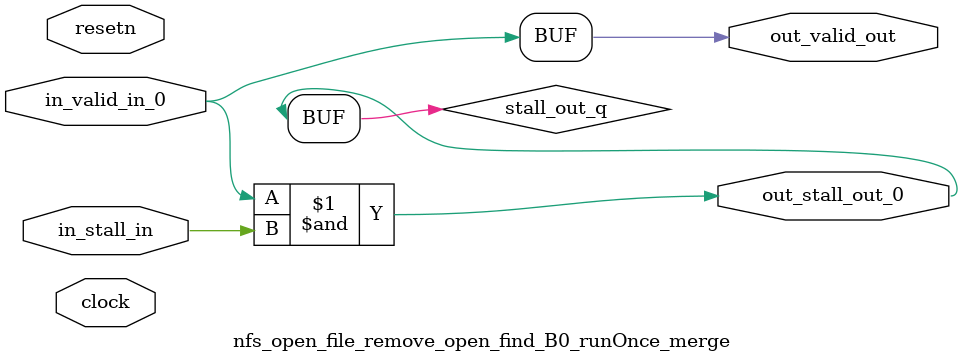
<source format=sv>



(* altera_attribute = "-name AUTO_SHIFT_REGISTER_RECOGNITION OFF; -name MESSAGE_DISABLE 10036; -name MESSAGE_DISABLE 10037; -name MESSAGE_DISABLE 14130; -name MESSAGE_DISABLE 14320; -name MESSAGE_DISABLE 15400; -name MESSAGE_DISABLE 14130; -name MESSAGE_DISABLE 10036; -name MESSAGE_DISABLE 12020; -name MESSAGE_DISABLE 12030; -name MESSAGE_DISABLE 12010; -name MESSAGE_DISABLE 12110; -name MESSAGE_DISABLE 14320; -name MESSAGE_DISABLE 13410; -name MESSAGE_DISABLE 113007; -name MESSAGE_DISABLE 10958" *)
module nfs_open_file_remove_open_find_B0_runOnce_merge (
    input wire [0:0] in_stall_in,
    input wire [0:0] in_valid_in_0,
    output wire [0:0] out_stall_out_0,
    output wire [0:0] out_valid_out,
    input wire clock,
    input wire resetn
    );

    wire [0:0] stall_out_q;


    // stall_out(LOGICAL,6)
    assign stall_out_q = in_valid_in_0 & in_stall_in;

    // out_stall_out_0(GPOUT,4)
    assign out_stall_out_0 = stall_out_q;

    // out_valid_out(GPOUT,5)
    assign out_valid_out = in_valid_in_0;

endmodule

</source>
